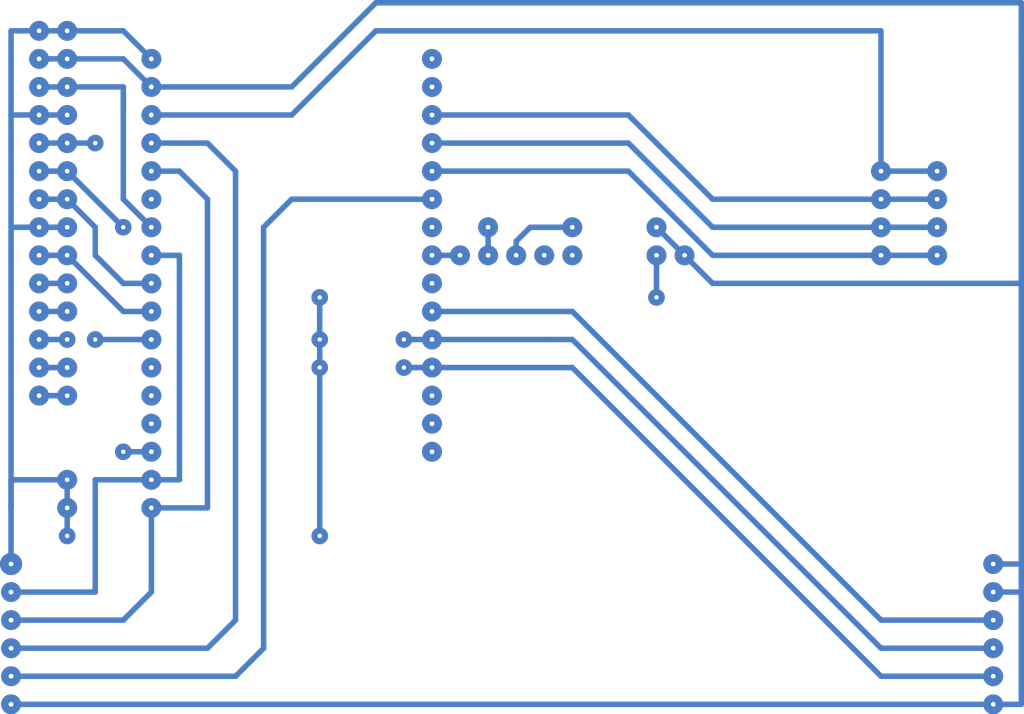
<source format=kicad_pcb>
(kicad_pcb (version 20171130) (host pcbnew "(5.0.1-3-g963ef8bb5)")

  (general
    (thickness 1.6)
    (drawings 0)
    (tracks 620)
    (zones 0)
    (modules 0)
    (nets 1)
  )

  (page A4)
  (layers
    (0 F.Cu signal)
    (31 B.Cu signal)
    (32 B.Adhes user)
    (33 F.Adhes user)
    (34 B.Paste user)
    (35 F.Paste user)
    (36 B.SilkS user)
    (37 F.SilkS user)
    (38 B.Mask user)
    (39 F.Mask user)
    (40 Dwgs.User user)
    (41 Cmts.User user)
    (42 Eco1.User user)
    (43 Eco2.User user)
    (44 Edge.Cuts user)
    (45 Margin user)
    (46 B.CrtYd user)
    (47 F.CrtYd user)
    (48 B.Fab user)
    (49 F.Fab user)
  )

  (setup
    (last_trace_width 0.5)
    (trace_clearance 0.2)
    (zone_clearance 0.508)
    (zone_45_only no)
    (trace_min 0.2)
    (segment_width 0.2)
    (edge_width 0.15)
    (via_size 1.8)
    (via_drill 0.4)
    (via_min_size 0.4)
    (via_min_drill 0.3)
    (uvia_size 0.3)
    (uvia_drill 0.1)
    (uvias_allowed no)
    (uvia_min_size 0.2)
    (uvia_min_drill 0.1)
    (pcb_text_width 0.3)
    (pcb_text_size 1.5 1.5)
    (mod_edge_width 0.15)
    (mod_text_size 1 1)
    (mod_text_width 0.15)
    (pad_size 1.524 1.524)
    (pad_drill 0.762)
    (pad_to_mask_clearance 0.051)
    (solder_mask_min_width 0.25)
    (aux_axis_origin 0 0)
    (visible_elements FFFFFF7F)
    (pcbplotparams
      (layerselection 0x010fc_ffffffff)
      (usegerberextensions false)
      (usegerberattributes false)
      (usegerberadvancedattributes false)
      (creategerberjobfile false)
      (excludeedgelayer true)
      (linewidth 0.150000)
      (plotframeref false)
      (viasonmask false)
      (mode 1)
      (useauxorigin false)
      (hpglpennumber 1)
      (hpglpenspeed 20)
      (hpglpendiameter 15.000000)
      (psnegative false)
      (psa4output false)
      (plotreference true)
      (plotvalue true)
      (plotinvisibletext false)
      (padsonsilk false)
      (subtractmaskfromsilk false)
      (outputformat 1)
      (mirror false)
      (drillshape 1)
      (scaleselection 1)
      (outputdirectory ""))
  )

  (net 0 "")

  (net_class Default "This is the default net class."
    (clearance 0.2)
    (trace_width 0.5)
    (via_dia 1.8)
    (via_drill 0.4)
    (uvia_dia 0.3)
    (uvia_drill 0.1)
  )

  (net_class neti ""
    (clearance 0.2)
    (trace_width 0.5)
    (via_dia 3)
    (via_drill 0.4)
    (uvia_dia 0.3)
    (uvia_drill 0.1)
  )

  (via (at 60.96 27.94) (size 0.8) (drill 0.4) (layers F.Cu B.Cu) (net 0))
  (via (at 60.96 30.48) (size 0.8) (drill 0.4) (layers F.Cu B.Cu) (net 0))
  (via (at 60.96 33.02) (size 0.8) (drill 0.4) (layers F.Cu B.Cu) (net 0))
  (via (at 60.96 35.56) (size 0.8) (drill 0.4) (layers F.Cu B.Cu) (net 0))
  (via (at 60.96 38.1) (size 0.8) (drill 0.4) (layers F.Cu B.Cu) (net 0))
  (via (at 60.96 38.1) (size 0.8) (drill 0.4) (layers F.Cu B.Cu) (net 0) (tstamp 5C68311F))
  (via (at 60.96 38.1) (size 0.8) (drill 0.4) (layers F.Cu B.Cu) (net 0))
  (via (at 60.96 40.64) (size 0.8) (drill 0.4) (layers F.Cu B.Cu) (net 0))
  (via (at 60.96 43.18) (size 0.8) (drill 0.4) (layers F.Cu B.Cu) (net 0))
  (via (at 60.96 45.72) (size 0.8) (drill 0.4) (layers F.Cu B.Cu) (net 0))
  (via (at 60.96 48.26) (size 0.8) (drill 0.4) (layers F.Cu B.Cu) (net 0))
  (via (at 60.96 50.8) (size 0.8) (drill 0.4) (layers F.Cu B.Cu) (net 0))
  (via (at 60.96 53.34) (size 0.8) (drill 0.4) (layers F.Cu B.Cu) (net 0))
  (via (at 60.96 55.88) (size 0.8) (drill 0.4) (layers F.Cu B.Cu) (net 0))
  (via (at 60.96 58.42) (size 0.8) (drill 0.4) (layers F.Cu B.Cu) (net 0))
  (via (at 60.96 60.96) (size 0.8) (drill 0.4) (layers F.Cu B.Cu) (net 0))
  (via (at 60.96 63.5) (size 0.8) (drill 0.4) (layers F.Cu B.Cu) (net 0))
  (via (at 86.36 27.94) (size 0.8) (drill 0.4) (layers F.Cu B.Cu) (net 0))
  (via (at 86.36 30.48) (size 0.8) (drill 0.4) (layers F.Cu B.Cu) (net 0))
  (via (at 86.36 33.02) (size 0.8) (drill 0.4) (layers F.Cu B.Cu) (net 0))
  (via (at 86.36 35.56) (size 0.8) (drill 0.4) (layers F.Cu B.Cu) (net 0))
  (via (at 86.36 38.1) (size 0.8) (drill 0.4) (layers F.Cu B.Cu) (net 0))
  (via (at 86.36 40.64) (size 0.8) (drill 0.4) (layers F.Cu B.Cu) (net 0))
  (via (at 86.36 43.18) (size 0.8) (drill 0.4) (layers F.Cu B.Cu) (net 0))
  (via (at 86.36 45.72) (size 0.8) (drill 0.4) (layers F.Cu B.Cu) (net 0))
  (via (at 86.36 48.26) (size 0.8) (drill 0.4) (layers F.Cu B.Cu) (net 0))
  (via (at 86.36 50.8) (size 0.8) (drill 0.4) (layers F.Cu B.Cu) (net 0))
  (via (at 86.36 53.34) (size 0.8) (drill 0.4) (layers F.Cu B.Cu) (net 0))
  (via (at 86.36 55.88) (size 0.8) (drill 0.4) (layers F.Cu B.Cu) (net 0))
  (via (at 86.36 58.42) (size 0.8) (drill 0.4) (layers F.Cu B.Cu) (net 0))
  (via (at 86.36 60.96) (size 0.8) (drill 0.4) (layers F.Cu B.Cu) (net 0))
  (via (at 86.36 63.5) (size 0.8) (drill 0.4) (layers F.Cu B.Cu) (net 0))
  (via (at 53.34 25.4) (size 0.8) (drill 0.4) (layers F.Cu B.Cu) (net 0))
  (via (at 53.34 27.94) (size 0.8) (drill 0.4) (layers F.Cu B.Cu) (net 0))
  (via (at 53.34 30.48) (size 0.8) (drill 0.4) (layers F.Cu B.Cu) (net 0))
  (via (at 53.34 33.02) (size 0.8) (drill 0.4) (layers F.Cu B.Cu) (net 0))
  (via (at 53.34 35.56) (size 0.8) (drill 0.4) (layers F.Cu B.Cu) (net 0))
  (via (at 53.34 38.1) (size 0.8) (drill 0.4) (layers F.Cu B.Cu) (net 0))
  (via (at 53.34 40.64) (size 0.8) (drill 0.4) (layers F.Cu B.Cu) (net 0))
  (via (at 53.34 43.18) (size 0.8) (drill 0.4) (layers F.Cu B.Cu) (net 0))
  (via (at 53.34 45.72) (size 0.8) (drill 0.4) (layers F.Cu B.Cu) (net 0))
  (via (at 53.34 48.26) (size 0.8) (drill 0.4) (layers F.Cu B.Cu) (net 0))
  (via (at 53.34 50.8) (size 0.8) (drill 0.4) (layers F.Cu B.Cu) (net 0))
  (via (at 53.34 53.34) (size 0.8) (drill 0.4) (layers F.Cu B.Cu) (net 0))
  (via (at 53.34 55.88) (size 0.8) (drill 0.4) (layers F.Cu B.Cu) (net 0))
  (via (at 53.34 58.42) (size 0.8) (drill 0.4) (layers F.Cu B.Cu) (net 0))
  (segment (start 50.8 25.4) (end 50.8 25.4) (width 0.25) (layer B.Cu) (net 0) (tstamp 5C683492))
  (via (at 50.8 25.4) (size 0.8) (drill 0.4) (layers F.Cu B.Cu) (net 0))
  (via (at 50.8 27.94) (size 0.8) (drill 0.4) (layers F.Cu B.Cu) (net 0))
  (via (at 50.8 30.48) (size 0.8) (drill 0.4) (layers F.Cu B.Cu) (net 0))
  (via (at 50.8 33.02) (size 0.8) (drill 0.4) (layers F.Cu B.Cu) (net 0))
  (via (at 50.8 35.56) (size 0.8) (drill 0.4) (layers F.Cu B.Cu) (net 0))
  (via (at 50.8 38.1) (size 0.8) (drill 0.4) (layers F.Cu B.Cu) (net 0))
  (via (at 50.8 40.64) (size 0.8) (drill 0.4) (layers F.Cu B.Cu) (net 0))
  (via (at 50.8 43.18) (size 0.8) (drill 0.4) (layers F.Cu B.Cu) (net 0))
  (via (at 50.8 45.72) (size 0.8) (drill 0.4) (layers F.Cu B.Cu) (net 0))
  (via (at 50.8 48.26) (size 0.8) (drill 0.4) (layers F.Cu B.Cu) (net 0))
  (via (at 50.8 50.8) (size 0.8) (drill 0.4) (layers F.Cu B.Cu) (net 0))
  (via (at 50.8 53.34) (size 0.8) (drill 0.4) (layers F.Cu B.Cu) (net 0))
  (via (at 50.8 55.88) (size 0.8) (drill 0.4) (layers F.Cu B.Cu) (net 0))
  (via (at 50.8 58.42) (size 0.8) (drill 0.4) (layers F.Cu B.Cu) (net 0))
  (via (at 127 38.1) (size 0.8) (drill 0.4) (layers F.Cu B.Cu) (net 0))
  (via (at 127 40.64) (size 0.8) (drill 0.4) (layers F.Cu B.Cu) (net 0))
  (via (at 127 43.18) (size 0.8) (drill 0.4) (layers F.Cu B.Cu) (net 0))
  (via (at 127 45.72) (size 0.8) (drill 0.4) (layers F.Cu B.Cu) (net 0))
  (via (at 132.08 45.72) (size 0.8) (drill 0.4) (layers F.Cu B.Cu) (net 0))
  (via (at 132.08 43.18) (size 0.8) (drill 0.4) (layers F.Cu B.Cu) (net 0))
  (via (at 132.08 40.64) (size 0.8) (drill 0.4) (layers F.Cu B.Cu) (net 0))
  (via (at 132.08 38.1) (size 0.8) (drill 0.4) (layers F.Cu B.Cu) (net 0))
  (via (at 48.26 76.2) (size 0.8) (drill 0.4) (layers F.Cu B.Cu) (net 0))
  (via (at 48.26 78.74) (size 0.8) (drill 0.4) (layers F.Cu B.Cu) (net 0))
  (via (at 48.26 81.28) (size 0.8) (drill 0.4) (layers F.Cu B.Cu) (net 0))
  (via (at 48.26 83.82) (size 0.8) (drill 0.4) (layers F.Cu B.Cu) (net 0))
  (via (at 48.26 86.36) (size 0.8) (drill 0.4) (layers F.Cu B.Cu) (net 0))
  (via (at 137.16 76.2) (size 0.8) (drill 0.4) (layers F.Cu B.Cu) (net 0))
  (via (at 137.16 78.74) (size 0.8) (drill 0.4) (layers F.Cu B.Cu) (net 0))
  (via (at 137.16 81.28) (size 0.8) (drill 0.4) (layers F.Cu B.Cu) (net 0))
  (via (at 137.16 83.82) (size 0.8) (drill 0.4) (layers F.Cu B.Cu) (net 0))
  (via (at 137.16 86.36) (size 0.8) (drill 0.4) (layers F.Cu B.Cu) (net 0))
  (via (at 48.26 78.74) (size 0.8) (drill 0.4) (layers F.Cu B.Cu) (net 0) (tstamp 5C6836AE))
  (via (at 48.26 78.74) (size 0.8) (drill 0.4) (layers F.Cu B.Cu) (net 0))
  (via (at 60.96 63.5) (size 0.8) (drill 0.4) (layers F.Cu B.Cu) (net 0) (tstamp 5C6837BA))
  (via (at 60.96 63.5) (size 1.2) (drill 0.4) (layers F.Cu B.Cu) (net 0))
  (via (at 60.96 60.96) (size 0.8) (drill 0.4) (layers F.Cu B.Cu) (net 0) (tstamp 5C6837BC))
  (via (at 60.96 60.96) (size 1.2) (drill 0.4) (layers F.Cu B.Cu) (net 0))
  (via (at 60.96 27.94) (size 0.8) (drill 0.4) (layers F.Cu B.Cu) (net 0) (tstamp 5C6837BF))
  (via (at 60.96 27.94) (size 1.2) (drill 0.4) (layers F.Cu B.Cu) (net 0))
  (via (at 60.96 30.48) (size 0.8) (drill 0.4) (layers F.Cu B.Cu) (net 0) (tstamp 5C6837C1))
  (via (at 60.96 30.48) (size 1.2) (drill 0.4) (layers F.Cu B.Cu) (net 0))
  (via (at 60.96 33.02) (size 0.8) (drill 0.4) (layers F.Cu B.Cu) (net 0) (tstamp 5C6837C3))
  (via (at 60.96 33.02) (size 1.2) (drill 0.4) (layers F.Cu B.Cu) (net 0))
  (via (at 60.96 35.56) (size 0.8) (drill 0.4) (layers F.Cu B.Cu) (net 0) (tstamp 5C6837C5))
  (via (at 60.96 35.56) (size 1.2) (drill 0.4) (layers F.Cu B.Cu) (net 0))
  (via (at 60.96 38.1) (size 0.8) (drill 0.4) (layers F.Cu B.Cu) (net 0) (tstamp 5C6837C7))
  (via (at 60.96 38.1) (size 1.2) (drill 0.4) (layers F.Cu B.Cu) (net 0))
  (via (at 60.96 40.64) (size 0.8) (drill 0.4) (layers F.Cu B.Cu) (net 0) (tstamp 5C6837C9))
  (via (at 60.96 40.64) (size 1.2) (drill 0.4) (layers F.Cu B.Cu) (net 0))
  (via (at 60.96 43.18) (size 0.8) (drill 0.4) (layers F.Cu B.Cu) (net 0) (tstamp 5C6837CB))
  (via (at 60.96 43.18) (size 1.2) (drill 0.4) (layers F.Cu B.Cu) (net 0))
  (via (at 60.96 45.72) (size 0.8) (drill 0.4) (layers F.Cu B.Cu) (net 0) (tstamp 5C6837CD))
  (via (at 60.96 45.72) (size 1.2) (drill 0.4) (layers F.Cu B.Cu) (net 0))
  (via (at 60.96 48.26) (size 0.8) (drill 0.4) (layers F.Cu B.Cu) (net 0) (tstamp 5C6837CF))
  (via (at 60.96 48.26) (size 1.2) (drill 0.4) (layers F.Cu B.Cu) (net 0))
  (via (at 60.96 50.8) (size 0.8) (drill 0.4) (layers F.Cu B.Cu) (net 0) (tstamp 5C6837D1))
  (via (at 60.96 50.8) (size 1.2) (drill 0.4) (layers F.Cu B.Cu) (net 0))
  (via (at 60.96 53.34) (size 0.8) (drill 0.4) (layers F.Cu B.Cu) (net 0) (tstamp 5C6837D3))
  (via (at 60.96 53.34) (size 1.2) (drill 0.4) (layers F.Cu B.Cu) (net 0))
  (via (at 60.96 55.88) (size 0.8) (drill 0.4) (layers F.Cu B.Cu) (net 0) (tstamp 5C6837D5))
  (via (at 60.96 55.88) (size 1.2) (drill 0.4) (layers F.Cu B.Cu) (net 0))
  (via (at 60.96 58.42) (size 0.8) (drill 0.4) (layers F.Cu B.Cu) (net 0) (tstamp 5C6837D7))
  (via (at 60.96 58.42) (size 1.2) (drill 0.4) (layers F.Cu B.Cu) (net 0))
  (via (at 60.96 60.96) (size 0.8) (drill 0.4) (layers F.Cu B.Cu) (net 0) (tstamp 5C6837D9))
  (via (at 60.96 60.96) (size 1.2) (drill 0.4) (layers F.Cu B.Cu) (net 0))
  (via (at 86.36 27.94) (size 0.8) (drill 0.4) (layers F.Cu B.Cu) (net 0) (tstamp 5C6837DB))
  (via (at 86.36 27.94) (size 1.2) (drill 0.4) (layers F.Cu B.Cu) (net 0))
  (via (at 86.36 30.48) (size 0.8) (drill 0.4) (layers F.Cu B.Cu) (net 0) (tstamp 5C6837DD))
  (via (at 86.36 30.48) (size 1.2) (drill 0.4) (layers F.Cu B.Cu) (net 0))
  (via (at 86.36 33.02) (size 0.8) (drill 0.4) (layers F.Cu B.Cu) (net 0) (tstamp 5C6837DF))
  (via (at 86.36 33.02) (size 1.2) (drill 0.4) (layers F.Cu B.Cu) (net 0))
  (via (at 86.36 35.56) (size 0.8) (drill 0.4) (layers F.Cu B.Cu) (net 0) (tstamp 5C6837E1))
  (via (at 86.36 35.56) (size 1.2) (drill 0.4) (layers F.Cu B.Cu) (net 0))
  (via (at 86.36 38.1) (size 0.8) (drill 0.4) (layers F.Cu B.Cu) (net 0) (tstamp 5C6837E3))
  (via (at 86.36 38.1) (size 1.2) (drill 0.4) (layers F.Cu B.Cu) (net 0))
  (via (at 86.36 40.64) (size 0.8) (drill 0.4) (layers F.Cu B.Cu) (net 0) (tstamp 5C6837E5))
  (via (at 86.36 40.64) (size 1.2) (drill 0.4) (layers F.Cu B.Cu) (net 0))
  (via (at 60.96 63.5) (size 0.8) (drill 0.4) (layers F.Cu B.Cu) (net 0) (tstamp 5C6837EF))
  (via (at 60.96 63.5) (size 1.2) (drill 0.4) (layers F.Cu B.Cu) (net 0))
  (via (at 60.96 63.5) (size 0.8) (drill 0.4) (layers F.Cu B.Cu) (net 0) (tstamp 5C6837F3))
  (via (at 60.96 63.5) (size 1.5) (drill 0.4) (layers F.Cu B.Cu) (net 0))
  (via (at 60.96 60.96) (size 0.8) (drill 0.4) (layers F.Cu B.Cu) (net 0) (tstamp 5C6837F5))
  (via (at 60.96 60.96) (size 1.5) (drill 0.4) (layers F.Cu B.Cu) (net 0))
  (via (at 60.96 60.96) (size 0.8) (drill 0.4) (layers F.Cu B.Cu) (net 0) (tstamp 5C6837F7))
  (via (at 60.96 60.96) (size 1.5) (drill 0.4) (layers F.Cu B.Cu) (net 0))
  (via (at 60.96 58.42) (size 0.8) (drill 0.4) (layers F.Cu B.Cu) (net 0) (tstamp 5C6837F9))
  (via (at 60.96 58.42) (size 1.5) (drill 0.4) (layers F.Cu B.Cu) (net 0))
  (via (at 60.96 55.88) (size 0.8) (drill 0.4) (layers F.Cu B.Cu) (net 0) (tstamp 5C6837FB))
  (via (at 60.96 55.88) (size 1.5) (drill 0.4) (layers F.Cu B.Cu) (net 0))
  (via (at 60.96 53.34) (size 0.8) (drill 0.4) (layers F.Cu B.Cu) (net 0) (tstamp 5C6837FD))
  (via (at 60.96 53.34) (size 1.5) (drill 0.4) (layers F.Cu B.Cu) (net 0))
  (via (at 60.96 50.8) (size 0.8) (drill 0.4) (layers F.Cu B.Cu) (net 0) (tstamp 5C6837FF))
  (via (at 60.96 50.8) (size 1.5) (drill 0.4) (layers F.Cu B.Cu) (net 0))
  (via (at 60.96 48.26) (size 0.8) (drill 0.4) (layers F.Cu B.Cu) (net 0) (tstamp 5C683801))
  (via (at 60.96 48.26) (size 1.5) (drill 0.4) (layers F.Cu B.Cu) (net 0))
  (via (at 60.96 45.72) (size 0.8) (drill 0.4) (layers F.Cu B.Cu) (net 0) (tstamp 5C683803))
  (via (at 60.96 45.72) (size 1.5) (drill 0.4) (layers F.Cu B.Cu) (net 0))
  (via (at 60.96 43.18) (size 0.8) (drill 0.4) (layers F.Cu B.Cu) (net 0) (tstamp 5C683805))
  (via (at 60.96 43.18) (size 1.5) (drill 0.4) (layers F.Cu B.Cu) (net 0))
  (via (at 60.96 40.64) (size 0.8) (drill 0.4) (layers F.Cu B.Cu) (net 0) (tstamp 5C683807))
  (via (at 60.96 40.64) (size 1.5) (drill 0.4) (layers F.Cu B.Cu) (net 0))
  (via (at 60.96 38.1) (size 0.8) (drill 0.4) (layers F.Cu B.Cu) (net 0) (tstamp 5C683809))
  (via (at 60.96 38.1) (size 1.5) (drill 0.4) (layers F.Cu B.Cu) (net 0))
  (via (at 60.96 35.56) (size 0.8) (drill 0.4) (layers F.Cu B.Cu) (net 0) (tstamp 5C68380B))
  (via (at 60.96 35.56) (size 1.5) (drill 0.4) (layers F.Cu B.Cu) (net 0))
  (via (at 60.96 33.02) (size 0.8) (drill 0.4) (layers F.Cu B.Cu) (net 0) (tstamp 5C68380D))
  (via (at 60.96 33.02) (size 1.5) (drill 0.4) (layers F.Cu B.Cu) (net 0))
  (via (at 60.96 30.48) (size 0.8) (drill 0.4) (layers F.Cu B.Cu) (net 0) (tstamp 5C68380F))
  (via (at 60.96 30.48) (size 1.5) (drill 0.4) (layers F.Cu B.Cu) (net 0))
  (via (at 60.96 27.94) (size 0.8) (drill 0.4) (layers F.Cu B.Cu) (net 0) (tstamp 5C683811))
  (via (at 60.96 27.94) (size 1.5) (drill 0.4) (layers F.Cu B.Cu) (net 0))
  (via (at 53.34 25.4) (size 0.8) (drill 0.4) (layers F.Cu B.Cu) (net 0) (tstamp 5C683813))
  (via (at 53.34 25.4) (size 1.5) (drill 0.4) (layers F.Cu B.Cu) (net 0))
  (via (at 53.34 27.94) (size 0.8) (drill 0.4) (layers F.Cu B.Cu) (net 0) (tstamp 5C683815))
  (via (at 53.34 27.94) (size 1.5) (drill 0.4) (layers F.Cu B.Cu) (net 0))
  (via (at 53.34 30.48) (size 0.8) (drill 0.4) (layers F.Cu B.Cu) (net 0) (tstamp 5C683817))
  (via (at 53.34 30.48) (size 1.5) (drill 0.4) (layers F.Cu B.Cu) (net 0))
  (via (at 53.34 33.02) (size 0.8) (drill 0.4) (layers F.Cu B.Cu) (net 0) (tstamp 5C683819))
  (via (at 53.34 33.02) (size 1.5) (drill 0.4) (layers F.Cu B.Cu) (net 0))
  (via (at 53.34 35.56) (size 0.8) (drill 0.4) (layers F.Cu B.Cu) (net 0) (tstamp 5C68381B))
  (via (at 53.34 35.56) (size 1.5) (drill 0.4) (layers F.Cu B.Cu) (net 0))
  (via (at 53.34 38.1) (size 0.8) (drill 0.4) (layers F.Cu B.Cu) (net 0) (tstamp 5C68381D))
  (via (at 53.34 38.1) (size 1.5) (drill 0.4) (layers F.Cu B.Cu) (net 0))
  (via (at 53.34 40.64) (size 0.8) (drill 0.4) (layers F.Cu B.Cu) (net 0) (tstamp 5C68381F))
  (via (at 53.34 40.64) (size 1.5) (drill 0.4) (layers F.Cu B.Cu) (net 0))
  (via (at 53.34 43.18) (size 0.8) (drill 0.4) (layers F.Cu B.Cu) (net 0) (tstamp 5C683821))
  (via (at 53.34 43.18) (size 1.5) (drill 0.4) (layers F.Cu B.Cu) (net 0))
  (via (at 53.34 45.72) (size 0.8) (drill 0.4) (layers F.Cu B.Cu) (net 0) (tstamp 5C683823))
  (via (at 53.34 45.72) (size 1.5) (drill 0.4) (layers F.Cu B.Cu) (net 0))
  (via (at 53.34 48.26) (size 0.8) (drill 0.4) (layers F.Cu B.Cu) (net 0) (tstamp 5C683825))
  (via (at 53.34 48.26) (size 1.5) (drill 0.4) (layers F.Cu B.Cu) (net 0))
  (via (at 53.34 50.8) (size 0.8) (drill 0.4) (layers F.Cu B.Cu) (net 0) (tstamp 5C683827))
  (via (at 53.34 50.8) (size 1.5) (drill 0.4) (layers F.Cu B.Cu) (net 0))
  (via (at 53.34 53.34) (size 0.8) (drill 0.4) (layers F.Cu B.Cu) (net 0) (tstamp 5C683829))
  (via (at 53.34 53.34) (size 1.5) (drill 0.4) (layers F.Cu B.Cu) (net 0))
  (via (at 53.34 55.88) (size 0.8) (drill 0.4) (layers F.Cu B.Cu) (net 0) (tstamp 5C68382B))
  (via (at 53.34 55.88) (size 1.5) (drill 0.4) (layers F.Cu B.Cu) (net 0))
  (via (at 53.34 58.42) (size 0.8) (drill 0.4) (layers F.Cu B.Cu) (net 0) (tstamp 5C68382D))
  (via (at 53.34 58.42) (size 1.5) (drill 0.4) (layers F.Cu B.Cu) (net 0))
  (segment (start 50.8 25.4) (end 50.8 25.4) (width 0.25) (layer B.Cu) (net 0) (tstamp 5C68382F))
  (via (at 50.8 25.4) (size 1.5) (drill 0.4) (layers F.Cu B.Cu) (net 0))
  (via (at 50.8 27.94) (size 0.8) (drill 0.4) (layers F.Cu B.Cu) (net 0) (tstamp 5C683831))
  (via (at 50.8 27.94) (size 1.5) (drill 0.4) (layers F.Cu B.Cu) (net 0))
  (via (at 50.8 30.48) (size 0.8) (drill 0.4) (layers F.Cu B.Cu) (net 0) (tstamp 5C683833))
  (via (at 50.8 30.48) (size 1.5) (drill 0.4) (layers F.Cu B.Cu) (net 0))
  (via (at 50.8 33.02) (size 0.8) (drill 0.4) (layers F.Cu B.Cu) (net 0) (tstamp 5C683835))
  (via (at 50.8 33.02) (size 1.5) (drill 0.4) (layers F.Cu B.Cu) (net 0))
  (via (at 50.8 35.56) (size 0.8) (drill 0.4) (layers F.Cu B.Cu) (net 0) (tstamp 5C683837))
  (via (at 50.8 35.56) (size 1.5) (drill 0.4) (layers F.Cu B.Cu) (net 0))
  (via (at 50.8 38.1) (size 0.8) (drill 0.4) (layers F.Cu B.Cu) (net 0) (tstamp 5C683839))
  (via (at 50.8 38.1) (size 1.5) (drill 0.4) (layers F.Cu B.Cu) (net 0))
  (via (at 50.8 40.64) (size 0.8) (drill 0.4) (layers F.Cu B.Cu) (net 0) (tstamp 5C68383B))
  (via (at 50.8 40.64) (size 1.5) (drill 0.4) (layers F.Cu B.Cu) (net 0))
  (via (at 50.8 43.18) (size 0.8) (drill 0.4) (layers F.Cu B.Cu) (net 0) (tstamp 5C68383D))
  (via (at 50.8 43.18) (size 1.5) (drill 0.4) (layers F.Cu B.Cu) (net 0))
  (via (at 50.8 45.72) (size 0.8) (drill 0.4) (layers F.Cu B.Cu) (net 0) (tstamp 5C68383F))
  (via (at 50.8 45.72) (size 1.5) (drill 0.4) (layers F.Cu B.Cu) (net 0))
  (via (at 50.8 48.26) (size 0.8) (drill 0.4) (layers F.Cu B.Cu) (net 0) (tstamp 5C683841))
  (via (at 50.8 48.26) (size 1.5) (drill 0.4) (layers F.Cu B.Cu) (net 0))
  (via (at 50.8 50.8) (size 0.8) (drill 0.4) (layers F.Cu B.Cu) (net 0) (tstamp 5C683843))
  (via (at 50.8 50.8) (size 1.5) (drill 0.4) (layers F.Cu B.Cu) (net 0))
  (via (at 50.8 53.34) (size 0.8) (drill 0.4) (layers F.Cu B.Cu) (net 0) (tstamp 5C683845))
  (via (at 50.8 53.34) (size 1.5) (drill 0.4) (layers F.Cu B.Cu) (net 0))
  (via (at 50.8 55.88) (size 0.8) (drill 0.4) (layers F.Cu B.Cu) (net 0) (tstamp 5C683847))
  (via (at 50.8 55.88) (size 1.5) (drill 0.4) (layers F.Cu B.Cu) (net 0))
  (via (at 50.8 58.42) (size 0.8) (drill 0.4) (layers F.Cu B.Cu) (net 0) (tstamp 5C683849))
  (via (at 50.8 58.42) (size 1.5) (drill 0.4) (layers F.Cu B.Cu) (net 0))
  (via (at 86.36 27.94) (size 0.8) (drill 0.4) (layers F.Cu B.Cu) (net 0) (tstamp 5C68384B))
  (via (at 86.36 27.94) (size 1.5) (drill 0.4) (layers F.Cu B.Cu) (net 0))
  (via (at 86.36 30.48) (size 0.8) (drill 0.4) (layers F.Cu B.Cu) (net 0) (tstamp 5C68384D))
  (via (at 86.36 30.48) (size 1.5) (drill 0.4) (layers F.Cu B.Cu) (net 0))
  (via (at 86.36 33.02) (size 0.8) (drill 0.4) (layers F.Cu B.Cu) (net 0) (tstamp 5C68384F))
  (via (at 86.36 33.02) (size 1.5) (drill 0.4) (layers F.Cu B.Cu) (net 0))
  (via (at 86.36 35.56) (size 0.8) (drill 0.4) (layers F.Cu B.Cu) (net 0) (tstamp 5C683851))
  (via (at 86.36 35.56) (size 1.5) (drill 0.4) (layers F.Cu B.Cu) (net 0))
  (via (at 86.36 38.1) (size 0.8) (drill 0.4) (layers F.Cu B.Cu) (net 0) (tstamp 5C683853))
  (via (at 86.36 38.1) (size 1.5) (drill 0.4) (layers F.Cu B.Cu) (net 0))
  (via (at 86.36 40.64) (size 0.8) (drill 0.4) (layers F.Cu B.Cu) (net 0) (tstamp 5C683855))
  (via (at 86.36 40.64) (size 1.5) (drill 0.4) (layers F.Cu B.Cu) (net 0))
  (via (at 86.36 43.18) (size 0.8) (drill 0.4) (layers F.Cu B.Cu) (net 0) (tstamp 5C683857))
  (via (at 86.36 43.18) (size 1.5) (drill 0.4) (layers F.Cu B.Cu) (net 0))
  (via (at 86.36 45.72) (size 0.8) (drill 0.4) (layers F.Cu B.Cu) (net 0) (tstamp 5C683859))
  (via (at 86.36 45.72) (size 1.5) (drill 0.4) (layers F.Cu B.Cu) (net 0))
  (via (at 86.36 48.26) (size 0.8) (drill 0.4) (layers F.Cu B.Cu) (net 0) (tstamp 5C68385B))
  (via (at 86.36 48.26) (size 1.5) (drill 0.4) (layers F.Cu B.Cu) (net 0))
  (via (at 86.36 50.8) (size 0.8) (drill 0.4) (layers F.Cu B.Cu) (net 0) (tstamp 5C68385D))
  (via (at 86.36 50.8) (size 1.5) (drill 0.4) (layers F.Cu B.Cu) (net 0))
  (via (at 86.36 53.34) (size 0.8) (drill 0.4) (layers F.Cu B.Cu) (net 0) (tstamp 5C68385F))
  (via (at 86.36 53.34) (size 1.5) (drill 0.4) (layers F.Cu B.Cu) (net 0))
  (via (at 86.36 55.88) (size 0.8) (drill 0.4) (layers F.Cu B.Cu) (net 0) (tstamp 5C683861))
  (via (at 86.36 55.88) (size 1.5) (drill 0.4) (layers F.Cu B.Cu) (net 0))
  (via (at 86.36 58.42) (size 0.8) (drill 0.4) (layers F.Cu B.Cu) (net 0) (tstamp 5C683863))
  (via (at 86.36 58.42) (size 1.5) (drill 0.4) (layers F.Cu B.Cu) (net 0))
  (via (at 86.36 60.96) (size 0.8) (drill 0.4) (layers F.Cu B.Cu) (net 0) (tstamp 5C683865))
  (via (at 86.36 60.96) (size 1.5) (drill 0.4) (layers F.Cu B.Cu) (net 0))
  (via (at 86.36 63.5) (size 0.8) (drill 0.4) (layers F.Cu B.Cu) (net 0) (tstamp 5C683867))
  (via (at 86.36 63.5) (size 1.5) (drill 0.4) (layers F.Cu B.Cu) (net 0))
  (via (at 127 38.1) (size 0.8) (drill 0.4) (layers F.Cu B.Cu) (net 0) (tstamp 5C683869))
  (via (at 127 38.1) (size 1.5) (drill 0.4) (layers F.Cu B.Cu) (net 0))
  (via (at 127 40.64) (size 0.8) (drill 0.4) (layers F.Cu B.Cu) (net 0) (tstamp 5C68386B))
  (via (at 127 40.64) (size 1.5) (drill 0.4) (layers F.Cu B.Cu) (net 0))
  (via (at 127 43.18) (size 0.8) (drill 0.4) (layers F.Cu B.Cu) (net 0) (tstamp 5C68386D))
  (via (at 127 43.18) (size 1.5) (drill 0.4) (layers F.Cu B.Cu) (net 0))
  (via (at 127 45.72) (size 0.8) (drill 0.4) (layers F.Cu B.Cu) (net 0) (tstamp 5C68386F))
  (via (at 127 45.72) (size 1.5) (drill 0.4) (layers F.Cu B.Cu) (net 0))
  (via (at 132.08 45.72) (size 0.8) (drill 0.4) (layers F.Cu B.Cu) (net 0) (tstamp 5C683871))
  (via (at 132.08 45.72) (size 1.5) (drill 0.4) (layers F.Cu B.Cu) (net 0))
  (via (at 132.08 43.18) (size 0.8) (drill 0.4) (layers F.Cu B.Cu) (net 0) (tstamp 5C683873))
  (via (at 132.08 43.18) (size 1.5) (drill 0.4) (layers F.Cu B.Cu) (net 0))
  (via (at 132.08 40.64) (size 0.8) (drill 0.4) (layers F.Cu B.Cu) (net 0) (tstamp 5C683875))
  (via (at 132.08 40.64) (size 1.5) (drill 0.4) (layers F.Cu B.Cu) (net 0))
  (via (at 132.08 38.1) (size 0.8) (drill 0.4) (layers F.Cu B.Cu) (net 0) (tstamp 5C683877))
  (via (at 132.08 38.1) (size 1.5) (drill 0.4) (layers F.Cu B.Cu) (net 0))
  (via (at 137.16 76.2) (size 0.8) (drill 0.4) (layers F.Cu B.Cu) (net 0) (tstamp 5C683879))
  (via (at 137.16 76.2) (size 1.5) (drill 0.4) (layers F.Cu B.Cu) (net 0))
  (via (at 137.16 78.74) (size 0.8) (drill 0.4) (layers F.Cu B.Cu) (net 0) (tstamp 5C68387B))
  (via (at 137.16 78.74) (size 1.5) (drill 0.4) (layers F.Cu B.Cu) (net 0))
  (via (at 137.16 81.28) (size 0.8) (drill 0.4) (layers F.Cu B.Cu) (net 0) (tstamp 5C68387D))
  (via (at 137.16 81.28) (size 1.5) (drill 0.4) (layers F.Cu B.Cu) (net 0))
  (via (at 137.16 83.82) (size 0.8) (drill 0.4) (layers F.Cu B.Cu) (net 0) (tstamp 5C68387F))
  (via (at 137.16 83.82) (size 1.5) (drill 0.4) (layers F.Cu B.Cu) (net 0))
  (via (at 137.16 86.36) (size 0.8) (drill 0.4) (layers F.Cu B.Cu) (net 0) (tstamp 5C683881))
  (via (at 137.16 86.36) (size 1.5) (drill 0.4) (layers F.Cu B.Cu) (net 0))
  (via (at 48.26 76.2) (size 0.8) (drill 0.4) (layers F.Cu B.Cu) (net 0) (tstamp 5C683885))
  (via (at 48.26 73.66) (size 1.5) (drill 0.4) (layers F.Cu B.Cu) (net 0))
  (via (at 48.26 78.74) (size 0.8) (drill 0.4) (layers F.Cu B.Cu) (net 0) (tstamp 5C683887))
  (via (at 48.26 78.74) (size 1.5) (drill 0.4) (layers F.Cu B.Cu) (net 0))
  (via (at 48.26 81.28) (size 0.8) (drill 0.4) (layers F.Cu B.Cu) (net 0) (tstamp 5C683889))
  (via (at 48.26 81.28) (size 1.5) (drill 0.4) (layers F.Cu B.Cu) (net 0))
  (via (at 48.26 83.82) (size 0.8) (drill 0.4) (layers F.Cu B.Cu) (net 0) (tstamp 5C68388B))
  (via (at 48.26 83.82) (size 1.5) (drill 0.4) (layers F.Cu B.Cu) (net 0))
  (via (at 48.26 86.36) (size 0.8) (drill 0.4) (layers F.Cu B.Cu) (net 0) (tstamp 5C68388D))
  (via (at 48.26 86.36) (size 1.5) (drill 0.4) (layers F.Cu B.Cu) (net 0))
  (segment (start 50.8 25.4) (end 53.34 25.4) (width 0.5) (layer B.Cu) (net 0))
  (segment (start 50.8 27.94) (end 53.34 27.94) (width 0.5) (layer B.Cu) (net 0))
  (segment (start 50.8 30.48) (end 53.34 30.48) (width 0.5) (layer B.Cu) (net 0))
  (segment (start 50.8 33.02) (end 53.34 33.02) (width 0.5) (layer B.Cu) (net 0))
  (segment (start 53.34 25.4) (end 58.42 25.4) (width 0.5) (layer B.Cu) (net 0))
  (segment (start 58.42 25.4) (end 60.96 27.94) (width 0.5) (layer B.Cu) (net 0))
  (segment (start 53.34 27.94) (end 58.42 27.94) (width 0.5) (layer B.Cu) (net 0))
  (segment (start 58.42 27.94) (end 60.96 30.48) (width 0.5) (layer B.Cu) (net 0))
  (segment (start 50.8 35.56) (end 53.34 35.56) (width 0.5) (layer B.Cu) (net 0))
  (segment (start 50.8 38.1) (end 53.34 38.1) (width 0.5) (layer B.Cu) (net 0))
  (segment (start 50.8 40.64) (end 53.34 40.64) (width 0.5) (layer B.Cu) (net 0))
  (segment (start 50.8 43.18) (end 53.34 43.18) (width 0.5) (layer B.Cu) (net 0))
  (segment (start 50.8 45.72) (end 53.34 45.72) (width 0.5) (layer B.Cu) (net 0))
  (segment (start 50.8 48.26) (end 53.34 48.26) (width 0.5) (layer B.Cu) (net 0))
  (segment (start 50.8 50.8) (end 53.34 50.8) (width 0.5) (layer B.Cu) (net 0))
  (segment (start 50.8 53.34) (end 53.34 53.34) (width 0.5) (layer B.Cu) (net 0))
  (segment (start 50.8 55.88) (end 53.34 55.88) (width 0.5) (layer B.Cu) (net 0))
  (segment (start 50.8 58.42) (end 53.34 58.42) (width 0.5) (layer B.Cu) (net 0))
  (segment (start 48.26 25.4) (end 50.8 25.4) (width 0.5) (layer B.Cu) (net 0))
  (segment (start 50.8 33.02) (end 48.26 33.02) (width 0.5) (layer B.Cu) (net 0))
  (segment (start 48.26 33.02) (end 48.26 25.4) (width 0.5) (layer B.Cu) (net 0))
  (segment (start 50.8 43.18) (end 48.26 43.18) (width 0.5) (layer B.Cu) (net 0))
  (segment (start 48.26 43.18) (end 48.26 33.02) (width 0.5) (layer B.Cu) (net 0))
  (segment (start 53.34 30.48) (end 58.42 30.48) (width 0.5) (layer B.Cu) (net 0))
  (segment (start 58.42 30.48) (end 58.42 33.02) (width 0.5) (layer B.Cu) (net 0))
  (segment (start 58.42 40.64) (end 60.96 43.18) (width 0.5) (layer B.Cu) (net 0))
  (segment (start 58.42 30.48) (end 58.42 40.64) (width 0.5) (layer B.Cu) (net 0))
  (segment (start 60.96 33.02) (end 73.66 33.02) (width 0.5) (layer B.Cu) (net 0))
  (segment (start 73.66 33.02) (end 81.28 25.4) (width 0.5) (layer B.Cu) (net 0))
  (segment (start 81.28 25.4) (end 127 25.4) (width 0.5) (layer B.Cu) (net 0))
  (segment (start 127 25.4) (end 127 38.1) (width 0.5) (layer B.Cu) (net 0))
  (segment (start 129.54 38.1) (end 127 38.1) (width 0.5) (layer B.Cu) (net 0))
  (segment (start 132.08 38.1) (end 129.54 38.1) (width 0.5) (layer B.Cu) (net 0))
  (segment (start 127 40.64) (end 132.08 40.64) (width 0.5) (layer B.Cu) (net 0))
  (segment (start 127 43.18) (end 132.08 43.18) (width 0.5) (layer B.Cu) (net 0))
  (segment (start 127 45.72) (end 132.08 45.72) (width 0.5) (layer B.Cu) (net 0))
  (segment (start 60.96 30.48) (end 73.66 30.48) (width 0.5) (layer B.Cu) (net 0))
  (segment (start 73.66 30.48) (end 81.28 22.86) (width 0.5) (layer B.Cu) (net 0))
  (segment (start 81.28 22.86) (end 139.7 22.86) (width 0.5) (layer B.Cu) (net 0))
  (segment (start 139.7 22.86) (end 139.7 27.94) (width 0.5) (layer B.Cu) (net 0))
  (segment (start 139.7 27.94) (end 139.7 25.4) (width 0.5) (layer B.Cu) (net 0))
  (segment (start 139.7 38.1) (end 139.7 27.94) (width 0.5) (layer B.Cu) (net 0))
  (segment (start 111.76 40.64) (end 127 40.64) (width 0.5) (layer B.Cu) (net 0))
  (segment (start 104.14 33.02) (end 111.76 40.64) (width 0.5) (layer B.Cu) (net 0))
  (segment (start 111.76 43.18) (end 127 43.18) (width 0.5) (layer B.Cu) (net 0))
  (segment (start 104.14 35.56) (end 111.76 43.18) (width 0.5) (layer B.Cu) (net 0))
  (segment (start 104.14 38.1) (end 111.76 45.72) (width 0.5) (layer B.Cu) (net 0))
  (segment (start 111.76 45.72) (end 127 45.72) (width 0.5) (layer B.Cu) (net 0))
  (segment (start 86.36 53.34) (end 96.52 53.34) (width 0.5) (layer B.Cu) (net 0))
  (via (at 48.26 76.2) (size 0.8) (drill 0.4) (layers F.Cu B.Cu) (net 0) (tstamp 5C6842EE))
  (via (at 48.26 76.2) (size 1.5) (drill 0.4) (layers F.Cu B.Cu) (net 0))
  (via (at 137.16 73.66) (size 1.5) (drill 0.4) (layers F.Cu B.Cu) (net 0))
  (segment (start 139.7 73.66) (end 139.7 76.2) (width 0.5) (layer B.Cu) (net 0))
  (segment (start 99.06 50.8) (end 127 78.74) (width 0.5) (layer B.Cu) (net 0))
  (segment (start 86.36 50.8) (end 99.06 50.8) (width 0.5) (layer B.Cu) (net 0))
  (segment (start 96.52 53.34) (end 99.06 53.34) (width 0.5) (layer B.Cu) (net 0))
  (segment (start 99.06 53.34) (end 127 81.28) (width 0.5) (layer B.Cu) (net 0))
  (segment (start 99.06 55.88) (end 127 83.82) (width 0.5) (layer B.Cu) (net 0))
  (segment (start 66.04 40.64) (end 66.04 68.58) (width 0.5) (layer B.Cu) (net 0))
  (segment (start 63.5 38.1) (end 66.04 40.64) (width 0.5) (layer B.Cu) (net 0))
  (segment (start 60.96 38.1) (end 63.5 38.1) (width 0.5) (layer B.Cu) (net 0))
  (segment (start 60.96 45.72) (end 63.5 45.72) (width 0.5) (layer B.Cu) (net 0))
  (segment (start 63.5 45.72) (end 63.5 66.04) (width 0.5) (layer B.Cu) (net 0))
  (segment (start 60.96 48.26) (end 58.42 48.26) (width 0.5) (layer B.Cu) (net 0))
  (segment (start 58.42 48.26) (end 55.88 45.72) (width 0.5) (layer B.Cu) (net 0))
  (segment (start 55.88 45.72) (end 55.88 43.18) (width 0.5) (layer B.Cu) (net 0))
  (segment (start 55.88 43.18) (end 53.34 40.64) (width 0.5) (layer B.Cu) (net 0))
  (segment (start 58.42 50.8) (end 60.96 50.8) (width 0.5) (layer B.Cu) (net 0))
  (segment (start 53.34 45.72) (end 58.42 50.8) (width 0.5) (layer B.Cu) (net 0))
  (segment (start 53.34 38.1) (end 58.42 43.18) (width 0.5) (layer B.Cu) (net 0))
  (segment (start 58.42 43.18) (end 58.42 43.18) (width 0.5) (layer B.Cu) (net 0) (tstamp 5C684667))
  (via (at 58.42 43.18) (size 1.5) (drill 0.4) (layers F.Cu B.Cu) (net 0))
  (via (at 58.42 63.5) (size 1.5) (drill 0.4) (layers F.Cu B.Cu) (net 0))
  (segment (start 60.96 63.5) (end 58.42 63.5) (width 0.5) (layer B.Cu) (net 0))
  (via (at 55.88 35.56) (size 1.5) (drill 0.4) (layers F.Cu B.Cu) (net 0))
  (segment (start 53.34 35.56) (end 55.88 35.56) (width 0.5) (layer B.Cu) (net 0))
  (via (at 55.88 53.34) (size 1.5) (drill 0.4) (layers F.Cu B.Cu) (net 0))
  (segment (start 55.88 53.34) (end 60.96 53.34) (width 0.5) (layer B.Cu) (net 0))
  (via (at 53.34 66.04) (size 1.5) (drill 0.4) (layers F.Cu B.Cu) (net 0))
  (via (at 53.34 68.58) (size 1.5) (drill 0.4) (layers F.Cu B.Cu) (net 0))
  (segment (start 53.34 66.04) (end 48.26 66.04) (width 0.5) (layer B.Cu) (net 0))
  (segment (start 48.26 66.04) (end 48.26 68.58) (width 0.5) (layer B.Cu) (net 0))
  (segment (start 48.26 68.58) (end 48.26 73.66) (width 0.5) (layer B.Cu) (net 0))
  (segment (start 48.26 43.18) (end 48.26 68.58) (width 0.5) (layer B.Cu) (net 0))
  (segment (start 73.66 40.64) (end 71.12 43.18) (width 0.5) (layer B.Cu) (net 0))
  (segment (start 71.12 43.18) (end 71.12 81.28) (width 0.5) (layer B.Cu) (net 0))
  (segment (start 71.12 81.28) (end 68.58 83.82) (width 0.5) (layer B.Cu) (net 0))
  (segment (start 68.58 38.1) (end 68.58 78.74) (width 0.5) (layer B.Cu) (net 0))
  (segment (start 66.04 35.56) (end 68.58 38.1) (width 0.5) (layer B.Cu) (net 0))
  (segment (start 68.58 78.74) (end 66.04 81.28) (width 0.5) (layer B.Cu) (net 0))
  (segment (start 60.96 35.56) (end 66.04 35.56) (width 0.5) (layer B.Cu) (net 0))
  (via (at 53.34 71.12) (size 1.5) (drill 0.4) (layers F.Cu B.Cu) (net 0))
  (via (at 83.82 53.34) (size 1.5) (drill 0.4) (layers F.Cu B.Cu) (net 0))
  (via (at 83.82 55.88) (size 1.5) (drill 0.4) (layers F.Cu B.Cu) (net 0))
  (via (at 76.2 53.34) (size 1.5) (drill 0.4) (layers F.Cu B.Cu) (net 0))
  (via (at 76.2 55.88) (size 1.5) (drill 0.4) (layers F.Cu B.Cu) (net 0))
  (via (at 76.2 71.12) (size 1.5) (drill 0.4) (layers F.Cu B.Cu) (net 0))
  (segment (start 76.2 53.34) (end 76.2 71.12) (width 0.5) (layer B.Cu) (net 0))
  (segment (start 53.34 66.04) (end 53.34 71.12) (width 0.5) (layer B.Cu) (net 0))
  (segment (start 139.7 86.36) (end 139.7 76.2) (width 0.5) (layer B.Cu) (net 0))
  (via (at 60.96 66.04) (size 1.5) (drill 0.4) (layers F.Cu B.Cu) (net 0))
  (segment (start 60.96 66.04) (end 55.88 66.04) (width 0.5) (layer B.Cu) (net 0))
  (segment (start 55.88 66.04) (end 55.88 73.66) (width 0.5) (layer B.Cu) (net 0))
  (segment (start 55.88 73.66) (end 55.88 76.2) (width 0.5) (layer B.Cu) (net 0))
  (segment (start 63.5 66.04) (end 60.96 66.04) (width 0.5) (layer B.Cu) (net 0))
  (via (at 60.96 68.58) (size 1.5) (drill 0.4) (layers F.Cu B.Cu) (net 0))
  (segment (start 60.96 68.58) (end 60.96 76.2) (width 0.5) (layer B.Cu) (net 0))
  (segment (start 60.96 76.2) (end 58.42 78.74) (width 0.5) (layer B.Cu) (net 0))
  (segment (start 66.04 68.58) (end 60.96 68.58) (width 0.5) (layer B.Cu) (net 0))
  (via (at 88.9 45.72) (size 1.5) (drill 0.4) (layers F.Cu B.Cu) (net 0))
  (via (at 91.44 45.72) (size 1.5) (drill 0.4) (layers F.Cu B.Cu) (net 0))
  (segment (start 88.9 45.72) (end 86.36 45.72) (width 0.5) (layer B.Cu) (net 0))
  (via (at 93.98 45.72) (size 1.5) (drill 0.4) (layers F.Cu B.Cu) (net 0))
  (via (at 96.52 45.72) (size 1.5) (drill 0.4) (layers F.Cu B.Cu) (net 0))
  (via (at 99.06 45.72) (size 1.5) (drill 0.4) (layers F.Cu B.Cu) (net 0))
  (via (at 106.68 45.72) (size 1.5) (drill 0.4) (layers F.Cu B.Cu) (net 0))
  (via (at 109.22 45.72) (size 1.5) (drill 0.4) (layers F.Cu B.Cu) (net 0))
  (segment (start 109.22 45.72) (end 111.76 48.26) (width 0.5) (layer B.Cu) (net 0))
  (segment (start 111.76 48.26) (end 139.7 48.26) (width 0.5) (layer B.Cu) (net 0))
  (segment (start 139.7 48.26) (end 139.7 73.66) (width 0.5) (layer B.Cu) (net 0))
  (segment (start 139.7 38.1) (end 139.7 48.26) (width 0.5) (layer B.Cu) (net 0))
  (via (at 91.44 43.18) (size 1.5) (drill 0.4) (layers F.Cu B.Cu) (net 0))
  (segment (start 91.44 45.72) (end 91.44 43.18) (width 0.5) (layer B.Cu) (net 0))
  (via (at 99.06 43.18) (size 1.5) (drill 0.4) (layers F.Cu B.Cu) (net 0))
  (segment (start 99.06 43.18) (end 95.25 43.18) (width 0.5) (layer B.Cu) (net 0))
  (segment (start 95.25 43.18) (end 93.98 44.45) (width 0.5) (layer B.Cu) (net 0))
  (segment (start 93.98 44.45) (end 93.98 45.72) (width 0.5) (layer B.Cu) (net 0))
  (segment (start 76.2 50.8) (end 76.2 52.07) (width 0.5) (layer B.Cu) (net 0))
  (segment (start 76.2 52.07) (end 76.2 53.34) (width 0.5) (layer B.Cu) (net 0))
  (via (at 106.68 43.18) (size 1.5) (drill 0.4) (layers F.Cu B.Cu) (net 0))
  (segment (start 106.68 43.18) (end 109.22 45.72) (width 0.5) (layer B.Cu) (net 0))
  (via (at 76.2 49.53) (size 1.5) (drill 0.4) (layers F.Cu B.Cu) (net 0))
  (via (at 106.68 49.53) (size 1.5) (drill 0.4) (layers F.Cu B.Cu) (net 0))
  (segment (start 106.68 45.72) (end 106.68 49.53) (width 0.5) (layer B.Cu) (net 0))
  (segment (start 76.2 49.53) (end 76.2 53.34) (width 0.5) (layer B.Cu) (net 0))
  (segment (start 83.82 55.88) (end 86.36 55.88) (width 0.5) (layer B.Cu) (net 0))
  (segment (start 86.36 55.88) (end 99.06 55.88) (width 0.5) (layer B.Cu) (net 0))
  (segment (start 83.82 53.34) (end 86.36 53.34) (width 0.5) (layer B.Cu) (net 0))
  (segment (start 86.36 40.64) (end 73.66 40.64) (width 0.5) (layer B.Cu) (net 0))
  (segment (start 86.36 38.1) (end 104.14 38.1) (width 0.5) (layer B.Cu) (net 0))
  (segment (start 86.36 35.56) (end 104.14 35.56) (width 0.5) (layer B.Cu) (net 0))
  (segment (start 86.36 33.02) (end 104.14 33.02) (width 0.5) (layer B.Cu) (net 0))
  (segment (start 137.16 86.36) (end 139.7 86.36) (width 0.5) (layer B.Cu) (net 0))
  (segment (start 127 83.82) (end 137.16 83.82) (width 0.5) (layer B.Cu) (net 0))
  (segment (start 127 81.28) (end 137.16 81.28) (width 0.5) (layer B.Cu) (net 0))
  (segment (start 127 78.74) (end 137.16 78.74) (width 0.5) (layer B.Cu) (net 0))
  (segment (start 137.16 76.2) (end 139.7 76.2) (width 0.5) (layer B.Cu) (net 0))
  (segment (start 137.16 73.66) (end 139.7 73.66) (width 0.5) (layer B.Cu) (net 0))
  (segment (start 48.26 86.36) (end 137.16 86.36) (width 0.5) (layer B.Cu) (net 0))
  (segment (start 68.58 83.82) (end 48.26 83.82) (width 0.5) (layer B.Cu) (net 0))
  (segment (start 66.04 81.28) (end 48.26 81.28) (width 0.5) (layer B.Cu) (net 0))
  (segment (start 58.42 78.74) (end 48.26 78.74) (width 0.5) (layer B.Cu) (net 0))
  (segment (start 55.88 76.2) (end 48.26 76.2) (width 0.5) (layer B.Cu) (net 0))
  (via (at 48.26 73.66) (size 1.5) (drill 0.4) (layers F.Cu B.Cu) (net 0) (tstamp 5C7B7556))
  (via (at 48.26 73.66) (size 2) (drill 0.4) (layers F.Cu B.Cu) (net 0))
  (via (at 48.26 76.2) (size 0.8) (drill 0.4) (layers F.Cu B.Cu) (net 0) (tstamp 5C7B7558))
  (via (at 48.26 76.2) (size 1.8) (drill 0.4) (layers F.Cu B.Cu) (net 0))
  (via (at 48.26 78.74) (size 0.8) (drill 0.4) (layers F.Cu B.Cu) (net 0) (tstamp 5C7B755A))
  (via (at 48.26 78.74) (size 1.8) (drill 0.4) (layers F.Cu B.Cu) (net 0))
  (via (at 48.26 81.28) (size 0.8) (drill 0.4) (layers F.Cu B.Cu) (net 0) (tstamp 5C7B755C))
  (via (at 48.26 81.28) (size 1.8) (drill 0.4) (layers F.Cu B.Cu) (net 0))
  (via (at 48.26 83.82) (size 0.8) (drill 0.4) (layers F.Cu B.Cu) (net 0) (tstamp 5C7B755E))
  (via (at 48.26 83.82) (size 1.8) (drill 0.4) (layers F.Cu B.Cu) (net 0))
  (via (at 48.26 86.36) (size 0.8) (drill 0.4) (layers F.Cu B.Cu) (net 0) (tstamp 5C7B7560))
  (via (at 48.26 86.36) (size 1.8) (drill 0.4) (layers F.Cu B.Cu) (net 0))
  (via (at 137.16 73.66) (size 1.5) (drill 0.4) (layers F.Cu B.Cu) (net 0) (tstamp 5C7B7562))
  (via (at 137.16 73.66) (size 1.8) (drill 0.4) (layers F.Cu B.Cu) (net 0))
  (via (at 137.16 76.2) (size 0.8) (drill 0.4) (layers F.Cu B.Cu) (net 0) (tstamp 5C7B7564))
  (via (at 137.16 76.2) (size 1.8) (drill 0.4) (layers F.Cu B.Cu) (net 0))
  (via (at 137.16 78.74) (size 0.8) (drill 0.4) (layers F.Cu B.Cu) (net 0) (tstamp 5C7B7566))
  (via (at 137.16 78.74) (size 1.8) (drill 0.4) (layers F.Cu B.Cu) (net 0))
  (via (at 137.16 81.28) (size 0.8) (drill 0.4) (layers F.Cu B.Cu) (net 0) (tstamp 5C7B7568))
  (via (at 137.16 81.28) (size 1.8) (drill 0.4) (layers F.Cu B.Cu) (net 0))
  (via (at 137.16 83.82) (size 0.8) (drill 0.4) (layers F.Cu B.Cu) (net 0) (tstamp 5C7B756A))
  (via (at 137.16 83.82) (size 1.8) (drill 0.4) (layers F.Cu B.Cu) (net 0))
  (via (at 137.16 86.36) (size 0.8) (drill 0.4) (layers F.Cu B.Cu) (net 0) (tstamp 5C7B756C))
  (via (at 137.16 86.36) (size 1.8) (drill 0.4) (layers F.Cu B.Cu) (net 0))
  (via (at 132.08 38.1) (size 0.8) (drill 0.4) (layers F.Cu B.Cu) (net 0) (tstamp 5C7B756E))
  (via (at 132.08 38.1) (size 1.8) (drill 0.4) (layers F.Cu B.Cu) (net 0))
  (via (at 132.08 40.64) (size 0.8) (drill 0.4) (layers F.Cu B.Cu) (net 0) (tstamp 5C7B7570))
  (via (at 132.08 40.64) (size 1.8) (drill 0.4) (layers F.Cu B.Cu) (net 0))
  (via (at 132.08 43.18) (size 0.8) (drill 0.4) (layers F.Cu B.Cu) (net 0) (tstamp 5C7B7572))
  (via (at 132.08 43.18) (size 1.8) (drill 0.4) (layers F.Cu B.Cu) (net 0))
  (via (at 132.08 45.72) (size 0.8) (drill 0.4) (layers F.Cu B.Cu) (net 0) (tstamp 5C7B7574))
  (via (at 132.08 45.72) (size 1.8) (drill 0.4) (layers F.Cu B.Cu) (net 0))
  (via (at 127 38.1) (size 0.8) (drill 0.4) (layers F.Cu B.Cu) (net 0) (tstamp 5C7B7576))
  (via (at 127 38.1) (size 1.8) (drill 0.4) (layers F.Cu B.Cu) (net 0))
  (via (at 127 40.64) (size 0.8) (drill 0.4) (layers F.Cu B.Cu) (net 0) (tstamp 5C7B7578))
  (via (at 127 40.64) (size 1.8) (drill 0.4) (layers F.Cu B.Cu) (net 0))
  (via (at 127 43.18) (size 0.8) (drill 0.4) (layers F.Cu B.Cu) (net 0) (tstamp 5C7B757A))
  (via (at 127 43.18) (size 1.8) (drill 0.4) (layers F.Cu B.Cu) (net 0))
  (via (at 127 45.72) (size 0.8) (drill 0.4) (layers F.Cu B.Cu) (net 0) (tstamp 5C7B757C))
  (via (at 127 45.72) (size 1.8) (drill 0.4) (layers F.Cu B.Cu) (net 0))
  (via (at 86.36 27.94) (size 0.8) (drill 0.4) (layers F.Cu B.Cu) (net 0) (tstamp 5C7B757E))
  (via (at 86.36 27.94) (size 1.8) (drill 0.4) (layers F.Cu B.Cu) (net 0))
  (via (at 86.36 30.48) (size 0.8) (drill 0.4) (layers F.Cu B.Cu) (net 0) (tstamp 5C7B7580))
  (via (at 86.36 30.48) (size 1.8) (drill 0.4) (layers F.Cu B.Cu) (net 0))
  (via (at 86.36 33.02) (size 0.8) (drill 0.4) (layers F.Cu B.Cu) (net 0) (tstamp 5C7B7582))
  (via (at 86.36 33.02) (size 1.8) (drill 0.4) (layers F.Cu B.Cu) (net 0))
  (via (at 86.36 35.56) (size 0.8) (drill 0.4) (layers F.Cu B.Cu) (net 0) (tstamp 5C7B7584))
  (via (at 86.36 35.56) (size 1.8) (drill 0.4) (layers F.Cu B.Cu) (net 0))
  (via (at 86.36 38.1) (size 0.8) (drill 0.4) (layers F.Cu B.Cu) (net 0) (tstamp 5C7B7586))
  (via (at 86.36 38.1) (size 1.8) (drill 0.4) (layers F.Cu B.Cu) (net 0))
  (via (at 86.36 40.64) (size 0.8) (drill 0.4) (layers F.Cu B.Cu) (net 0) (tstamp 5C7B7588))
  (via (at 86.36 40.64) (size 1.8) (drill 0.4) (layers F.Cu B.Cu) (net 0))
  (via (at 86.36 43.18) (size 0.8) (drill 0.4) (layers F.Cu B.Cu) (net 0) (tstamp 5C7B758A))
  (via (at 86.36 43.18) (size 1.8) (drill 0.4) (layers F.Cu B.Cu) (net 0))
  (via (at 86.36 45.72) (size 0.8) (drill 0.4) (layers F.Cu B.Cu) (net 0) (tstamp 5C7B758C))
  (via (at 86.36 45.72) (size 1.8) (drill 0.4) (layers F.Cu B.Cu) (net 0))
  (via (at 86.36 48.26) (size 0.8) (drill 0.4) (layers F.Cu B.Cu) (net 0) (tstamp 5C7B758E))
  (via (at 86.36 48.26) (size 1.8) (drill 0.4) (layers F.Cu B.Cu) (net 0))
  (via (at 86.36 50.8) (size 0.8) (drill 0.4) (layers F.Cu B.Cu) (net 0) (tstamp 5C7B7590))
  (via (at 86.36 50.8) (size 1.8) (drill 0.4) (layers F.Cu B.Cu) (net 0))
  (via (at 86.36 53.34) (size 0.8) (drill 0.4) (layers F.Cu B.Cu) (net 0) (tstamp 5C7B7592))
  (via (at 86.36 53.34) (size 1.8) (drill 0.4) (layers F.Cu B.Cu) (net 0))
  (via (at 86.36 55.88) (size 0.8) (drill 0.4) (layers F.Cu B.Cu) (net 0) (tstamp 5C7B7594))
  (via (at 86.36 55.88) (size 1.8) (drill 0.4) (layers F.Cu B.Cu) (net 0))
  (via (at 86.36 58.42) (size 0.8) (drill 0.4) (layers F.Cu B.Cu) (net 0) (tstamp 5C7B7596))
  (via (at 86.36 58.42) (size 1.8) (drill 0.4) (layers F.Cu B.Cu) (net 0))
  (via (at 86.36 60.96) (size 0.8) (drill 0.4) (layers F.Cu B.Cu) (net 0) (tstamp 5C7B7598))
  (via (at 86.36 60.96) (size 1.8) (drill 0.4) (layers F.Cu B.Cu) (net 0))
  (via (at 86.36 63.5) (size 0.8) (drill 0.4) (layers F.Cu B.Cu) (net 0) (tstamp 5C7B759A))
  (via (at 86.36 63.5) (size 1.8) (drill 0.4) (layers F.Cu B.Cu) (net 0))
  (via (at 60.96 27.94) (size 0.8) (drill 0.4) (layers F.Cu B.Cu) (net 0) (tstamp 5C7B759C))
  (via (at 60.96 27.94) (size 1.8) (drill 0.4) (layers F.Cu B.Cu) (net 0))
  (via (at 60.96 30.48) (size 0.8) (drill 0.4) (layers F.Cu B.Cu) (net 0) (tstamp 5C7B759E))
  (via (at 60.96 30.48) (size 1.8) (drill 0.4) (layers F.Cu B.Cu) (net 0))
  (via (at 60.96 33.02) (size 0.8) (drill 0.4) (layers F.Cu B.Cu) (net 0) (tstamp 5C7B75A0))
  (via (at 60.96 33.02) (size 1.8) (drill 0.4) (layers F.Cu B.Cu) (net 0))
  (via (at 60.96 35.56) (size 0.8) (drill 0.4) (layers F.Cu B.Cu) (net 0) (tstamp 5C7B75A2))
  (via (at 60.96 35.56) (size 1.8) (drill 0.4) (layers F.Cu B.Cu) (net 0))
  (via (at 60.96 38.1) (size 0.8) (drill 0.4) (layers F.Cu B.Cu) (net 0) (tstamp 5C7B75A4))
  (via (at 60.96 38.1) (size 1.8) (drill 0.4) (layers F.Cu B.Cu) (net 0))
  (via (at 60.96 40.64) (size 0.8) (drill 0.4) (layers F.Cu B.Cu) (net 0) (tstamp 5C7B75A6))
  (via (at 60.96 40.64) (size 1.8) (drill 0.4) (layers F.Cu B.Cu) (net 0))
  (via (at 60.96 43.18) (size 0.8) (drill 0.4) (layers F.Cu B.Cu) (net 0) (tstamp 5C7B75A8))
  (via (at 60.96 43.18) (size 1.8) (drill 0.4) (layers F.Cu B.Cu) (net 0))
  (via (at 60.96 45.72) (size 0.8) (drill 0.4) (layers F.Cu B.Cu) (net 0) (tstamp 5C7B75AA))
  (via (at 60.96 45.72) (size 1.8) (drill 0.4) (layers F.Cu B.Cu) (net 0))
  (via (at 60.96 48.26) (size 0.8) (drill 0.4) (layers F.Cu B.Cu) (net 0) (tstamp 5C7B75AC))
  (via (at 60.96 48.26) (size 1.8) (drill 0.4) (layers F.Cu B.Cu) (net 0))
  (via (at 60.96 50.8) (size 0.8) (drill 0.4) (layers F.Cu B.Cu) (net 0) (tstamp 5C7B75AE))
  (via (at 60.96 50.8) (size 1.8) (drill 0.4) (layers F.Cu B.Cu) (net 0))
  (via (at 60.96 53.34) (size 0.8) (drill 0.4) (layers F.Cu B.Cu) (net 0) (tstamp 5C7B75B0))
  (via (at 60.96 53.34) (size 1.8) (drill 0.4) (layers F.Cu B.Cu) (net 0))
  (via (at 60.96 55.88) (size 0.8) (drill 0.4) (layers F.Cu B.Cu) (net 0) (tstamp 5C7B75B2))
  (via (at 60.96 55.88) (size 1.8) (drill 0.4) (layers F.Cu B.Cu) (net 0))
  (via (at 60.96 58.42) (size 0.8) (drill 0.4) (layers F.Cu B.Cu) (net 0) (tstamp 5C7B75B4))
  (via (at 60.96 58.42) (size 1.8) (drill 0.4) (layers F.Cu B.Cu) (net 0))
  (via (at 60.96 60.96) (size 0.8) (drill 0.4) (layers F.Cu B.Cu) (net 0) (tstamp 5C7B75B6))
  (via (at 60.96 60.96) (size 1.8) (drill 0.4) (layers F.Cu B.Cu) (net 0))
  (via (at 60.96 63.5) (size 0.8) (drill 0.4) (layers F.Cu B.Cu) (net 0) (tstamp 5C7B75B8))
  (via (at 60.96 63.5) (size 1.8) (drill 0.4) (layers F.Cu B.Cu) (net 0))
  (via (at 53.34 25.4) (size 0.8) (drill 0.4) (layers F.Cu B.Cu) (net 0) (tstamp 5C7B75BA))
  (via (at 53.34 25.4) (size 1.8) (drill 0.4) (layers F.Cu B.Cu) (net 0))
  (via (at 53.34 27.94) (size 0.8) (drill 0.4) (layers F.Cu B.Cu) (net 0) (tstamp 5C7B75BC))
  (via (at 53.34 27.94) (size 1.8) (drill 0.4) (layers F.Cu B.Cu) (net 0))
  (via (at 53.34 30.48) (size 0.8) (drill 0.4) (layers F.Cu B.Cu) (net 0) (tstamp 5C7B75BE))
  (via (at 53.34 30.48) (size 1.8) (drill 0.4) (layers F.Cu B.Cu) (net 0))
  (via (at 53.34 33.02) (size 0.8) (drill 0.4) (layers F.Cu B.Cu) (net 0) (tstamp 5C7B75C0))
  (via (at 53.34 33.02) (size 1.8) (drill 0.4) (layers F.Cu B.Cu) (net 0))
  (via (at 53.34 35.56) (size 0.8) (drill 0.4) (layers F.Cu B.Cu) (net 0) (tstamp 5C7B75C2))
  (via (at 53.34 35.56) (size 1.8) (drill 0.4) (layers F.Cu B.Cu) (net 0))
  (via (at 53.34 38.1) (size 0.8) (drill 0.4) (layers F.Cu B.Cu) (net 0) (tstamp 5C7B75C4))
  (via (at 53.34 38.1) (size 1.8) (drill 0.4) (layers F.Cu B.Cu) (net 0))
  (via (at 53.34 40.64) (size 0.8) (drill 0.4) (layers F.Cu B.Cu) (net 0) (tstamp 5C7B75C6))
  (via (at 53.34 40.64) (size 1.8) (drill 0.4) (layers F.Cu B.Cu) (net 0))
  (via (at 53.34 43.18) (size 0.8) (drill 0.4) (layers F.Cu B.Cu) (net 0) (tstamp 5C7B75C8))
  (via (at 53.34 43.18) (size 1.8) (drill 0.4) (layers F.Cu B.Cu) (net 0))
  (via (at 53.34 45.72) (size 0.8) (drill 0.4) (layers F.Cu B.Cu) (net 0) (tstamp 5C7B75CA))
  (via (at 53.34 45.72) (size 1.8) (drill 0.4) (layers F.Cu B.Cu) (net 0))
  (via (at 53.34 48.26) (size 0.8) (drill 0.4) (layers F.Cu B.Cu) (net 0) (tstamp 5C7B75CC))
  (via (at 53.34 48.26) (size 1.8) (drill 0.4) (layers F.Cu B.Cu) (net 0))
  (via (at 53.34 50.8) (size 0.8) (drill 0.4) (layers F.Cu B.Cu) (net 0) (tstamp 5C7B75CE))
  (via (at 53.34 50.8) (size 1.8) (drill 0.4) (layers F.Cu B.Cu) (net 0))
  (via (at 53.34 50.8) (size 0.8) (drill 0.4) (layers F.Cu B.Cu) (net 0) (tstamp 5C7B75D0))
  (via (at 53.34 50.8) (size 1.8) (drill 0.4) (layers F.Cu B.Cu) (net 0))
  (via (at 53.34 55.88) (size 0.8) (drill 0.4) (layers F.Cu B.Cu) (net 0) (tstamp 5C7B75D2))
  (via (at 53.34 55.88) (size 1.8) (drill 0.4) (layers F.Cu B.Cu) (net 0))
  (via (at 53.34 55.88) (size 0.8) (drill 0.4) (layers F.Cu B.Cu) (net 0) (tstamp 5C7B75D4))
  (via (at 53.34 55.88) (size 1.8) (drill 0.4) (layers F.Cu B.Cu) (net 0))
  (via (at 50.8 58.42) (size 0.8) (drill 0.4) (layers F.Cu B.Cu) (net 0) (tstamp 5C7B75D6))
  (via (at 50.8 58.42) (size 1.8) (drill 0.4) (layers F.Cu B.Cu) (net 0))
  (via (at 50.8 55.88) (size 0.8) (drill 0.4) (layers F.Cu B.Cu) (net 0) (tstamp 5C7B75D8))
  (via (at 50.8 55.88) (size 1.8) (drill 0.4) (layers F.Cu B.Cu) (net 0))
  (via (at 53.34 58.42) (size 0.8) (drill 0.4) (layers F.Cu B.Cu) (net 0) (tstamp 5C7B75DA))
  (via (at 53.34 58.42) (size 1.8) (drill 0.4) (layers F.Cu B.Cu) (net 0))
  (via (at 50.8 53.34) (size 0.8) (drill 0.4) (layers F.Cu B.Cu) (net 0) (tstamp 5C7B75DC))
  (via (at 50.8 53.34) (size 1.8) (drill 0.4) (layers F.Cu B.Cu) (net 0))
  (via (at 50.8 50.8) (size 0.8) (drill 0.4) (layers F.Cu B.Cu) (net 0) (tstamp 5C7B75DE))
  (via (at 50.8 50.8) (size 1.8) (drill 0.4) (layers F.Cu B.Cu) (net 0))
  (via (at 50.8 48.26) (size 0.8) (drill 0.4) (layers F.Cu B.Cu) (net 0) (tstamp 5C7B75E0))
  (via (at 50.8 48.26) (size 1.8) (drill 0.4) (layers F.Cu B.Cu) (net 0))
  (via (at 50.8 45.72) (size 0.8) (drill 0.4) (layers F.Cu B.Cu) (net 0) (tstamp 5C7B75E2))
  (via (at 50.8 45.72) (size 1.8) (drill 0.4) (layers F.Cu B.Cu) (net 0))
  (via (at 50.8 43.18) (size 0.8) (drill 0.4) (layers F.Cu B.Cu) (net 0) (tstamp 5C7B75E4))
  (via (at 50.8 43.18) (size 1.8) (drill 0.4) (layers F.Cu B.Cu) (net 0))
  (via (at 50.8 40.64) (size 0.8) (drill 0.4) (layers F.Cu B.Cu) (net 0) (tstamp 5C7B75E6))
  (via (at 50.8 40.64) (size 1.8) (drill 0.4) (layers F.Cu B.Cu) (net 0))
  (via (at 50.8 38.1) (size 0.8) (drill 0.4) (layers F.Cu B.Cu) (net 0) (tstamp 5C7B75E8))
  (via (at 50.8 38.1) (size 1.8) (drill 0.4) (layers F.Cu B.Cu) (net 0))
  (via (at 50.8 35.56) (size 0.8) (drill 0.4) (layers F.Cu B.Cu) (net 0) (tstamp 5C7B75EA))
  (via (at 50.8 35.56) (size 1.8) (drill 0.4) (layers F.Cu B.Cu) (net 0))
  (via (at 50.8 33.02) (size 0.8) (drill 0.4) (layers F.Cu B.Cu) (net 0) (tstamp 5C7B75EC))
  (via (at 50.8 33.02) (size 1.8) (drill 0.4) (layers F.Cu B.Cu) (net 0))
  (via (at 50.8 30.48) (size 0.8) (drill 0.4) (layers F.Cu B.Cu) (net 0) (tstamp 5C7B75EE))
  (via (at 50.8 30.48) (size 1.8) (drill 0.4) (layers F.Cu B.Cu) (net 0))
  (via (at 50.8 27.94) (size 0.8) (drill 0.4) (layers F.Cu B.Cu) (net 0) (tstamp 5C7B75F0))
  (via (at 50.8 27.94) (size 1.8) (drill 0.4) (layers F.Cu B.Cu) (net 0))
  (segment (start 50.8 25.4) (end 50.8 25.4) (width 0.25) (layer B.Cu) (net 0) (tstamp 5C7B75F2))
  (via (at 50.8 25.4) (size 1.8) (drill 0.4) (layers F.Cu B.Cu) (net 0))
  (via (at 88.9 45.72) (size 1.5) (drill 0.4) (layers F.Cu B.Cu) (net 0) (tstamp 5C7B75F4))
  (via (at 88.9 45.72) (size 1.8) (drill 0.4) (layers F.Cu B.Cu) (net 0))
  (via (at 91.44 45.72) (size 1.5) (drill 0.4) (layers F.Cu B.Cu) (net 0) (tstamp 5C7B75F6))
  (via (at 91.44 45.72) (size 1.8) (drill 0.4) (layers F.Cu B.Cu) (net 0))
  (via (at 91.44 43.18) (size 1.5) (drill 0.4) (layers F.Cu B.Cu) (net 0) (tstamp 5C7B75F8))
  (via (at 91.44 43.18) (size 1.8) (drill 0.4) (layers F.Cu B.Cu) (net 0))
  (via (at 99.06 43.18) (size 1.5) (drill 0.4) (layers F.Cu B.Cu) (net 0) (tstamp 5C7B75FA))
  (via (at 99.06 43.18) (size 1.8) (drill 0.4) (layers F.Cu B.Cu) (net 0))
  (via (at 106.68 43.18) (size 1.5) (drill 0.4) (layers F.Cu B.Cu) (net 0) (tstamp 5C7B75FC))
  (via (at 106.68 43.18) (size 1.8) (drill 0.4) (layers F.Cu B.Cu) (net 0))
  (via (at 93.98 45.72) (size 1.5) (drill 0.4) (layers F.Cu B.Cu) (net 0) (tstamp 5C7B75FE))
  (via (at 93.98 45.72) (size 1.8) (drill 0.4) (layers F.Cu B.Cu) (net 0))
  (via (at 96.52 45.72) (size 1.5) (drill 0.4) (layers F.Cu B.Cu) (net 0) (tstamp 5C7B7600))
  (via (at 96.52 45.72) (size 1.8) (drill 0.4) (layers F.Cu B.Cu) (net 0))
  (via (at 99.06 45.72) (size 1.5) (drill 0.4) (layers F.Cu B.Cu) (net 0) (tstamp 5C7B7602))
  (via (at 99.06 45.72) (size 1.8) (drill 0.4) (layers F.Cu B.Cu) (net 0))
  (via (at 106.68 45.72) (size 1.5) (drill 0.4) (layers F.Cu B.Cu) (net 0) (tstamp 5C7B7604))
  (via (at 106.68 45.72) (size 1.8) (drill 0.4) (layers F.Cu B.Cu) (net 0))
  (via (at 109.22 45.72) (size 1.5) (drill 0.4) (layers F.Cu B.Cu) (net 0) (tstamp 5C7B7606))
  (via (at 109.22 45.72) (size 1.8) (drill 0.4) (layers F.Cu B.Cu) (net 0))
  (via (at 60.96 66.04) (size 1.5) (drill 0.4) (layers F.Cu B.Cu) (net 0) (tstamp 5C7B7608))
  (via (at 60.96 66.04) (size 1.8) (drill 0.4) (layers F.Cu B.Cu) (net 0))
  (via (at 60.96 68.58) (size 1.5) (drill 0.4) (layers F.Cu B.Cu) (net 0) (tstamp 5C7B760A))
  (via (at 60.96 68.58) (size 1.8) (drill 0.4) (layers F.Cu B.Cu) (net 0))
  (via (at 53.34 68.58) (size 1.5) (drill 0.4) (layers F.Cu B.Cu) (net 0) (tstamp 5C7B760C))
  (via (at 53.34 68.58) (size 1.8) (drill 0.4) (layers F.Cu B.Cu) (net 0))
  (via (at 53.34 66.04) (size 1.5) (drill 0.4) (layers F.Cu B.Cu) (net 0) (tstamp 5C7B760E))
  (via (at 53.34 66.04) (size 1.8) (drill 0.4) (layers F.Cu B.Cu) (net 0))

)

</source>
